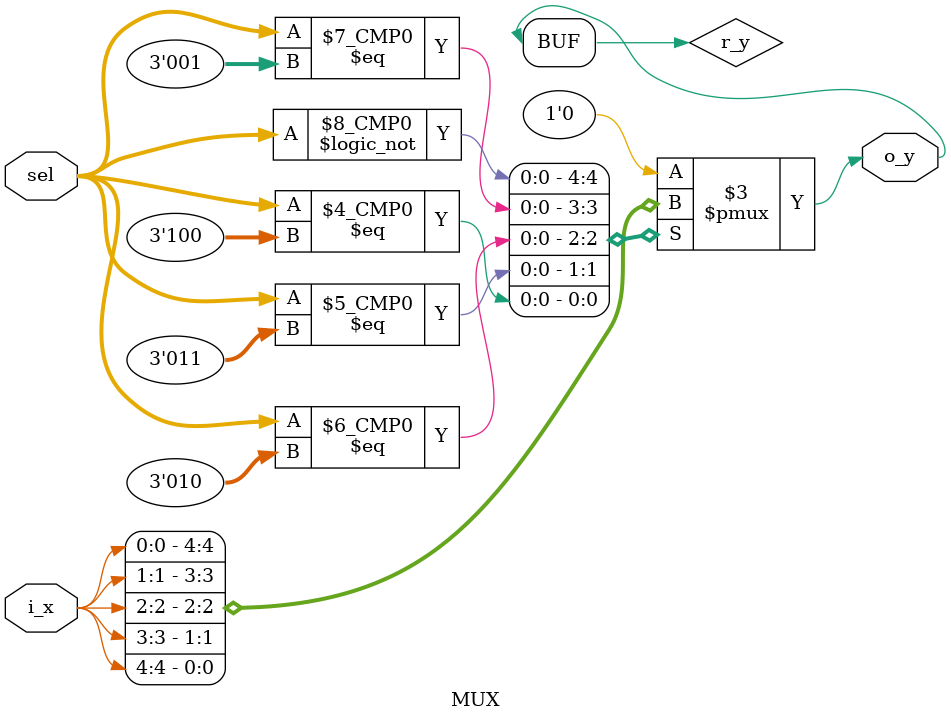
<source format=v>
`timescale 1ns / 1ps

module MUX(
    input [4:0] i_x,
    input [2:0] sel,
    output o_y
    );

    reg r_y;
    assign o_y = r_y;

    always @(*) begin
        r_y = 1'b0;
        case (sel)
            3'd0 : r_y = i_x[0];
            3'd1 : r_y = i_x[1];
            3'd2 : r_y = i_x[2];
            3'd3 : r_y = i_x[3];
            3'd4 : r_y = i_x[4];
        endcase
    end
endmodule

</source>
